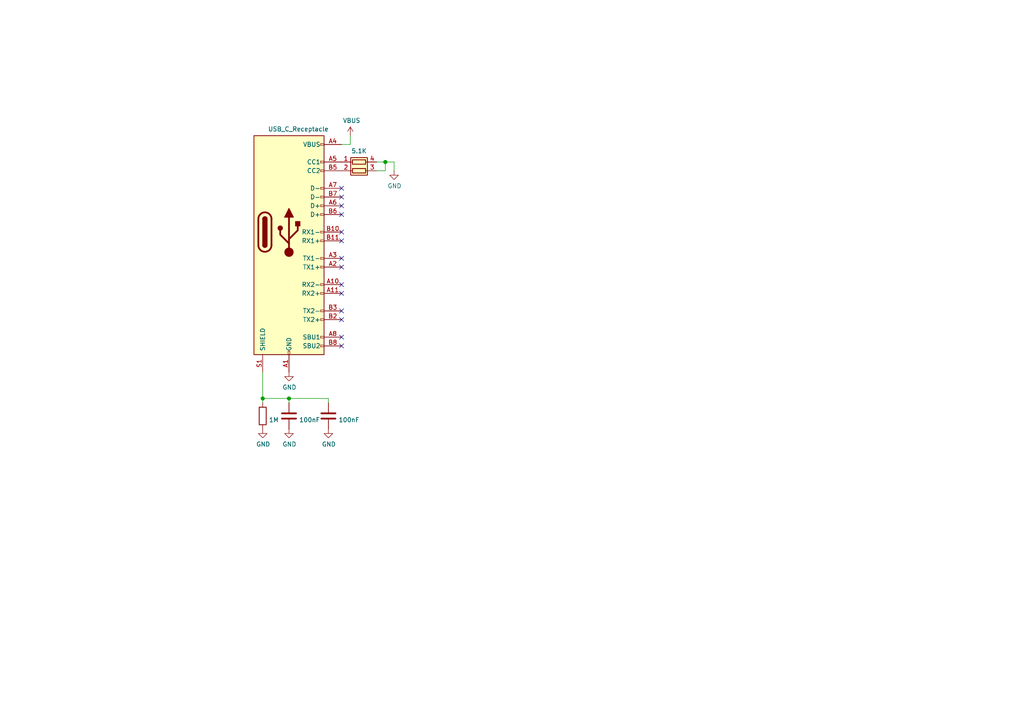
<source format=kicad_sch>
(kicad_sch (version 20210406) (generator eeschema)
  (paper "A4")
  (lib_symbols
    (symbol "Connector:USB_C_Receptacle" (pin_names (offset 1.016))
      (property "Reference" "J" (at -10.16 29.21 0))
      (property "Value" "USB_C_Receptacle" (at 10.16 29.21 0))
      (symbol "USB_C_Receptacle_0_0"
        (rectangle (start -0.254 -35.56) (end 0.254 -34.544))
        (rectangle (start 10.16 -32.766) (end 9.144 -33.274))
        (rectangle (start 10.16 -30.226) (end 9.144 -30.734))
        (rectangle (start 10.16 -25.146) (end 9.144 -25.654))
        (rectangle (start 10.16 -22.606) (end 9.144 -23.114))
        (rectangle (start 10.16 -17.526) (end 9.144 -18.034))
        (rectangle (start 10.16 -14.986) (end 9.144 -15.494))
        (rectangle (start 10.16 -9.906) (end 9.144 -10.414))
        (rectangle (start 10.16 -7.366) (end 9.144 -7.874))
        (rectangle (start 10.16 -2.286) (end 9.144 -2.794))
        (rectangle (start 10.16 0.254) (end 9.144 -0.254))
        (rectangle (start 10.16 5.334) (end 9.144 4.826))
        (rectangle (start 10.16 7.874) (end 9.144 7.366))
        (rectangle (start 10.16 10.414) (end 9.144 9.906))
        (rectangle (start 10.16 12.954) (end 9.144 12.446))
        (rectangle (start 10.16 18.034) (end 9.144 17.526))
        (rectangle (start 10.16 20.574) (end 9.144 20.066))
        (rectangle (start 10.16 25.654) (end 9.144 25.146))
      )
      (symbol "USB_C_Receptacle_0_1"
        (arc (start -8.89 -3.81) (end -5.08 -3.81) (radius (at -6.985 -3.81) (length 1.905) (angles -179.9 -0.1)) (stroke (width 0.508)))
        (arc (start -7.62 -3.81) (end -6.35 -3.81) (radius (at -6.985 -3.81) (length 0.635) (angles -179.9 -0.1)) (stroke (width 0.254)))
        (arc (start -6.35 3.81) (end -7.62 3.81) (radius (at -6.985 3.81) (length 0.635) (angles 0.1 179.9)) (stroke (width 0.254)))
        (arc (start -5.08 3.81) (end -8.89 3.81) (radius (at -6.985 3.81) (length 1.905) (angles 0.1 179.9)) (stroke (width 0.508)))
        (arc (start -7.62 -3.81) (end -6.35 -3.81) (radius (at -6.985 -3.81) (length 0.635) (angles -179.9 -0.1)) (stroke (width 0.254)) (fill (type outline)))
        (arc (start -6.35 3.81) (end -7.62 3.81) (radius (at -6.985 3.81) (length 0.635) (angles 0.1 179.9)) (stroke (width 0.254)) (fill (type outline)))
        (rectangle (start -7.62 -3.81) (end -6.35 3.81) (stroke (width 0.254)) (fill (type outline)))
        (rectangle (start -10.16 27.94) (end 10.16 -35.56) (stroke (width 0.254)) (fill (type background)))
        (polyline (pts (xy -8.89 -3.81) (xy -8.89 3.81)) (stroke (width 0.508)))
        (polyline (pts (xy -5.08 3.81) (xy -5.08 -3.81)) (stroke (width 0.508)))
      )
      (symbol "USB_C_Receptacle_1_1"
        (circle (center -2.54 1.143) (radius 0.635) (stroke (width 0.254)) (fill (type outline)))
        (circle (center 0 -5.842) (radius 1.27) (fill (type outline)))
        (rectangle (start 1.905 1.778) (end 3.175 3.048) (stroke (width 0.254)) (fill (type outline)))
        (polyline (pts (xy 0 -5.842) (xy 0 4.318)) (stroke (width 0.508)))
        (polyline (pts (xy 0 -3.302) (xy -2.54 -0.762) (xy -2.54 0.508)) (stroke (width 0.508)))
        (polyline (pts (xy 0 -2.032) (xy 2.54 0.508) (xy 2.54 1.778)) (stroke (width 0.508)))
        (polyline (pts (xy -1.27 4.318) (xy 0 6.858) (xy 1.27 4.318) (xy -1.27 4.318)) (stroke (width 0.254)) (fill (type outline)))
        (pin passive line (at 0 -40.64 90) (length 5.08) (name "GND") (number "A1"))
        (pin bidirectional line (at 15.24 -15.24 180) (length 5.08) (name "RX2-") (number "A10"))
        (pin bidirectional line (at 15.24 -17.78 180) (length 5.08) (name "RX2+") (number "A11"))
        (pin passive line (at 0 -40.64 90) (length 5.08) hide (name "GND") (number "A12"))
        (pin bidirectional line (at 15.24 -10.16 180) (length 5.08) (name "TX1+") (number "A2"))
        (pin bidirectional line (at 15.24 -7.62 180) (length 5.08) (name "TX1-") (number "A3"))
        (pin passive line (at 15.24 25.4 180) (length 5.08) (name "VBUS") (number "A4"))
        (pin bidirectional line (at 15.24 20.32 180) (length 5.08) (name "CC1") (number "A5"))
        (pin bidirectional line (at 15.24 7.62 180) (length 5.08) (name "D+") (number "A6"))
        (pin bidirectional line (at 15.24 12.7 180) (length 5.08) (name "D-") (number "A7"))
        (pin bidirectional line (at 15.24 -30.48 180) (length 5.08) (name "SBU1") (number "A8"))
        (pin passive line (at 15.24 25.4 180) (length 5.08) hide (name "VBUS") (number "A9"))
        (pin passive line (at 0 -40.64 90) (length 5.08) hide (name "GND") (number "B1"))
        (pin bidirectional line (at 15.24 0 180) (length 5.08) (name "RX1-") (number "B10"))
        (pin bidirectional line (at 15.24 -2.54 180) (length 5.08) (name "RX1+") (number "B11"))
        (pin passive line (at 0 -40.64 90) (length 5.08) hide (name "GND") (number "B12"))
        (pin bidirectional line (at 15.24 -25.4 180) (length 5.08) (name "TX2+") (number "B2"))
        (pin bidirectional line (at 15.24 -22.86 180) (length 5.08) (name "TX2-") (number "B3"))
        (pin passive line (at 15.24 25.4 180) (length 5.08) hide (name "VBUS") (number "B4"))
        (pin bidirectional line (at 15.24 17.78 180) (length 5.08) (name "CC2") (number "B5"))
        (pin bidirectional line (at 15.24 5.08 180) (length 5.08) (name "D+") (number "B6"))
        (pin bidirectional line (at 15.24 10.16 180) (length 5.08) (name "D-") (number "B7"))
        (pin bidirectional line (at 15.24 -33.02 180) (length 5.08) (name "SBU2") (number "B8"))
        (pin passive line (at 15.24 25.4 180) (length 5.08) hide (name "VBUS") (number "B9"))
        (pin passive line (at -7.62 -40.64 90) (length 5.08) (name "SHIELD") (number "S1"))
      )
    )
    (symbol "Device:C" (pin_numbers hide) (pin_names (offset 0.254))
      (property "Reference" "C" (at 0.635 2.54 0))
      (property "Value" "C" (at 0.635 -2.54 0))
      (symbol "C_0_1"
        (polyline (pts (xy -2.032 -0.762) (xy 2.032 -0.762)) (stroke (width 0.508)))
        (polyline (pts (xy -2.032 0.762) (xy 2.032 0.762)) (stroke (width 0.508)))
      )
      (symbol "C_1_1"
        (pin passive line (at 0 3.81 270) (length 2.794) (name "~") (number "1"))
        (pin passive line (at 0 -3.81 90) (length 2.794) (name "~") (number "2"))
      )
    )
    (symbol "Device:R" (pin_numbers hide) (pin_names (offset 0))
      (property "Reference" "R" (at 2.032 0 90))
      (property "Value" "R" (at 0 0 90))
      (symbol "R_0_1"
        (rectangle (start -1.016 -2.54) (end 1.016 2.54) (stroke (width 0.254)))
      )
      (symbol "R_1_1"
        (pin passive line (at 0 3.81 270) (length 1.27) (name "~") (number "1"))
        (pin passive line (at 0 -3.81 90) (length 1.27) (name "~") (number "2"))
      )
    )
    (symbol "Device:R_Pack02" (pin_names (offset 0) hide)
      (property "Reference" "RN" (at -5.08 0 90))
      (property "Value" "R_Pack02" (at 2.54 0 90))
      (symbol "R_Pack02_0_1"
        (rectangle (start -3.175 1.905) (end -1.905 -1.905) (stroke (width 0.254)))
        (rectangle (start -0.635 1.905) (end 0.635 -1.905) (stroke (width 0.254)))
        (rectangle (start -3.81 -2.413) (end 1.27 2.413) (stroke (width 0.254)) (fill (type background)))
        (polyline (pts (xy -2.54 -2.54) (xy -2.54 -1.905)))
        (polyline (pts (xy -2.54 1.905) (xy -2.54 2.54)))
        (polyline (pts (xy 0 -2.54) (xy 0 -1.905)))
        (polyline (pts (xy 0 1.905) (xy 0 2.54)))
      )
      (symbol "R_Pack02_1_1"
        (pin passive line (at -2.54 -5.08 90) (length 2.54) (name "R1.1") (number "1"))
        (pin passive line (at 0 -5.08 90) (length 2.54) (name "R2.1") (number "2"))
        (pin passive line (at 0 5.08 270) (length 2.54) (name "R2.2") (number "3"))
        (pin passive line (at -2.54 5.08 270) (length 2.54) (name "R1.2") (number "4"))
      )
    )
    (symbol "power:GND" (power) (pin_names (offset 0))
      (property "Value" "GND" (at 0 -3.81 0))
      (symbol "GND_0_1"
        (polyline (pts (xy 0 0) (xy 0 -1.27) (xy 1.27 -1.27) (xy 0 -2.54) (xy -1.27 -1.27) (xy 0 -1.27)))
      )
      (symbol "GND_1_1"
        (pin power_in line (at 0 0 270) (length 0) hide (name "GND") (number "1"))
      )
    )
    (symbol "power:VBUS" (power) (pin_names (offset 0))
      (property "Value" "VBUS" (at 0 3.81 0))
      (symbol "VBUS_0_1"
        (polyline (pts (xy -0.762 1.27) (xy 0 2.54)))
        (polyline (pts (xy 0 0) (xy 0 2.54)))
        (polyline (pts (xy 0 2.54) (xy 0.762 1.27)))
      )
      (symbol "VBUS_1_1"
        (pin power_in line (at 0 0 90) (length 0) hide (name "VBUS") (number "1"))
      )
    )
  )
  (junction (at 76.2 115.57) (diameter 1.016))
  (junction (at 83.82 115.57) (diameter 1.016))
  (junction (at 111.76 46.99) (diameter 1.016))
  (no_connect (at 99.06 54.61))
  (no_connect (at 99.06 57.15))
  (no_connect (at 99.06 59.69))
  (no_connect (at 99.06 62.23))
  (no_connect (at 99.06 67.31))
  (no_connect (at 99.06 69.85))
  (no_connect (at 99.06 74.93))
  (no_connect (at 99.06 77.47))
  (no_connect (at 99.06 82.55))
  (no_connect (at 99.06 85.09))
  (no_connect (at 99.06 90.17))
  (no_connect (at 99.06 92.71))
  (no_connect (at 99.06 97.79))
  (no_connect (at 99.06 100.33))
  (wire (pts (xy 76.2 107.95) (xy 76.2 115.57)))
  (wire (pts (xy 76.2 115.57) (xy 76.2 116.84)))
  (wire (pts (xy 83.82 115.57) (xy 76.2 115.57)))
  (wire (pts (xy 83.82 116.84) (xy 83.82 115.57)))
  (wire (pts (xy 95.25 115.57) (xy 83.82 115.57)))
  (wire (pts (xy 95.25 116.84) (xy 95.25 115.57)))
  (wire (pts (xy 99.06 41.91) (xy 101.6 41.91)))
  (wire (pts (xy 101.6 41.91) (xy 101.6 39.37)))
  (wire (pts (xy 109.22 46.99) (xy 111.76 46.99)))
  (wire (pts (xy 109.22 49.53) (xy 111.76 49.53)))
  (wire (pts (xy 111.76 46.99) (xy 111.76 49.53)))
  (wire (pts (xy 111.76 46.99) (xy 114.3 46.99)))
  (wire (pts (xy 114.3 46.99) (xy 114.3 49.53)))
  (symbol (lib_id "power:VBUS") (at 101.6 39.37 0) (unit 1)
    (property "Reference" "#PWR?" (effects hide))
    (property "Value" "VBUS" (at 101.981 34.9758 0))
  )
  (symbol (lib_id "power:GND") (at 76.2 124.46 0) (unit 1)
    (property "Reference" "#PWR?" (effects hide))
    (property "Value" "GND" (at 76.327 128.8542 0))
  )
  (symbol (lib_id "power:GND") (at 83.82 107.95 0) (unit 1)
    (property "Reference" "#PWR?" (effects hide))
    (property "Value" "GND" (at 83.947 112.3442 0))
  )
  (symbol (lib_id "power:GND") (at 83.82 124.46 0) (unit 1)
    (property "Reference" "#PWR?" (effects hide))
    (property "Value" "GND" (at 83.947 128.8542 0))
  )
  (symbol (lib_id "power:GND") (at 95.25 124.46 0) (unit 1)
    (property "Reference" "#PWR?" (effects hide))
    (property "Value" "GND" (at 95.377 128.8542 0))
  )
  (symbol (lib_id "power:GND") (at 114.3 49.53 0) (unit 1)
    (property "Reference" "#PWR?" (effects hide))
    (property "Value" "GND" (at 114.427 53.9242 0))
  )
  (symbol (lib_id "Device:R") (at 76.2 120.65 0) (unit 1)
    (property "Reference" "R?" (effects hide))
    (property "Value" "1M" (at 77.978 121.793 0) (effects (justify left)))
  )
  (symbol (lib_id "Device:C") (at 83.82 120.65 0) (unit 1)
    (property "Reference" "C?" (effects hide))
    (property "Value" "100nF" (at 86.741 121.793 0) (effects (justify left)))
  )
  (symbol (lib_id "Device:C") (at 95.25 120.65 0) (unit 1)
    (property "Reference" "C?" (effects hide))
    (property "Value" "100nF" (at 98.171 121.793 0) (effects (justify left)))
  )
  (symbol (lib_id "Device:R_Pack02") (at 104.14 49.53 270) (unit 1)
    (property "Reference" "RN?" (effects hide))
    (property "Value" "5.1K" (at 104.14 43.7896 90))
  )
  (symbol (lib_id "Connector:USB_C_Receptacle") (at 83.82 67.31 0) (unit 1)
    (property "Reference" "J?" (effects hide))
    (property "Value" "USB_C_Receptacle" (at 86.5378 37.4396 0))
    (property "Datasheet" "https://www.usb.org/sites/default/files/documents/usb_type-c.zip" (effects hide))
  )
)
</source>
